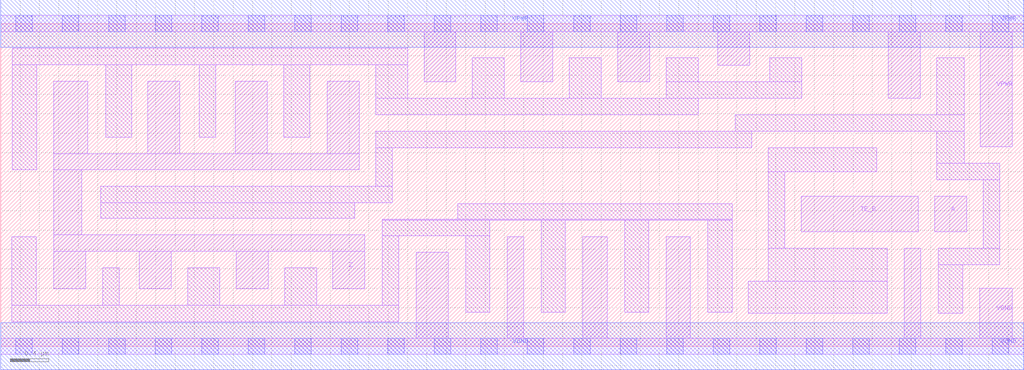
<source format=lef>
# Copyright 2020 The SkyWater PDK Authors
#
# Licensed under the Apache License, Version 2.0 (the "License");
# you may not use this file except in compliance with the License.
# You may obtain a copy of the License at
#
#     https://www.apache.org/licenses/LICENSE-2.0
#
# Unless required by applicable law or agreed to in writing, software
# distributed under the License is distributed on an "AS IS" BASIS,
# WITHOUT WARRANTIES OR CONDITIONS OF ANY KIND, either express or implied.
# See the License for the specific language governing permissions and
# limitations under the License.
#
# SPDX-License-Identifier: Apache-2.0

VERSION 5.7 ;
  NAMESCASESENSITIVE ON ;
  NOWIREEXTENSIONATPIN ON ;
  DIVIDERCHAR "/" ;
  BUSBITCHARS "[]" ;
UNITS
  DATABASE MICRONS 200 ;
END UNITS
MACRO sky130_fd_sc_hs__ebufn_8
  CLASS CORE ;
  SOURCE USER ;
  FOREIGN sky130_fd_sc_hs__ebufn_8 ;
  ORIGIN  0.000000  0.000000 ;
  SIZE  10.56000 BY  3.330000 ;
  SYMMETRY X Y ;
  SITE unit ;
  PIN A
    ANTENNAGATEAREA  0.558000 ;
    DIRECTION INPUT ;
    USE SIGNAL ;
    PORT
      LAYER li1 ;
        RECT 9.645000 1.180000 9.975000 1.550000 ;
    END
  END A
  PIN TE_B
    ANTENNAGATEAREA  1.623000 ;
    DIRECTION INPUT ;
    USE SIGNAL ;
    PORT
      LAYER li1 ;
        RECT 8.265000 1.180000 9.475000 1.550000 ;
    END
  END TE_B
  PIN Z
    ANTENNADIFFAREA  2.360500 ;
    DIRECTION OUTPUT ;
    USE SIGNAL ;
    PORT
      LAYER li1 ;
        RECT 0.545000 0.595000 0.875000 0.980000 ;
        RECT 0.545000 0.980000 3.760000 1.150000 ;
        RECT 0.545000 1.150000 0.835000 1.820000 ;
        RECT 0.545000 1.820000 3.700000 1.990000 ;
        RECT 0.545000 1.990000 0.900000 2.735000 ;
        RECT 1.430000 0.595000 1.760000 0.980000 ;
        RECT 1.520000 1.990000 1.850000 2.735000 ;
        RECT 2.420000 1.990000 2.750000 2.735000 ;
        RECT 2.430000 0.595000 2.760000 0.980000 ;
        RECT 3.370000 1.990000 3.700000 2.735000 ;
        RECT 3.430000 0.595000 3.760000 0.980000 ;
    END
  END Z
  PIN VGND
    DIRECTION INOUT ;
    USE GROUND ;
    PORT
      LAYER li1 ;
        RECT  0.000000 -0.085000 10.560000 0.085000 ;
        RECT  4.290000  0.085000  4.620000 0.970000 ;
        RECT  5.230000  0.085000  5.400000 1.130000 ;
        RECT  6.010000  0.085000  6.260000 1.130000 ;
        RECT  6.870000  0.085000  7.120000 1.130000 ;
        RECT  9.330000  0.085000  9.500000 1.010000 ;
        RECT 10.110000  0.085000 10.445000 0.600000 ;
      LAYER mcon ;
        RECT  0.155000 -0.085000  0.325000 0.085000 ;
        RECT  0.635000 -0.085000  0.805000 0.085000 ;
        RECT  1.115000 -0.085000  1.285000 0.085000 ;
        RECT  1.595000 -0.085000  1.765000 0.085000 ;
        RECT  2.075000 -0.085000  2.245000 0.085000 ;
        RECT  2.555000 -0.085000  2.725000 0.085000 ;
        RECT  3.035000 -0.085000  3.205000 0.085000 ;
        RECT  3.515000 -0.085000  3.685000 0.085000 ;
        RECT  3.995000 -0.085000  4.165000 0.085000 ;
        RECT  4.475000 -0.085000  4.645000 0.085000 ;
        RECT  4.955000 -0.085000  5.125000 0.085000 ;
        RECT  5.435000 -0.085000  5.605000 0.085000 ;
        RECT  5.915000 -0.085000  6.085000 0.085000 ;
        RECT  6.395000 -0.085000  6.565000 0.085000 ;
        RECT  6.875000 -0.085000  7.045000 0.085000 ;
        RECT  7.355000 -0.085000  7.525000 0.085000 ;
        RECT  7.835000 -0.085000  8.005000 0.085000 ;
        RECT  8.315000 -0.085000  8.485000 0.085000 ;
        RECT  8.795000 -0.085000  8.965000 0.085000 ;
        RECT  9.275000 -0.085000  9.445000 0.085000 ;
        RECT  9.755000 -0.085000  9.925000 0.085000 ;
        RECT 10.235000 -0.085000 10.405000 0.085000 ;
      LAYER met1 ;
        RECT 0.000000 -0.245000 10.560000 0.245000 ;
    END
  END VGND
  PIN VPWR
    DIRECTION INOUT ;
    USE POWER ;
    PORT
      LAYER li1 ;
        RECT  0.000000 3.245000 10.560000 3.415000 ;
        RECT  4.370000 2.730000  4.700000 3.245000 ;
        RECT  5.370000 2.730000  5.700000 3.245000 ;
        RECT  6.370000 2.730000  6.700000 3.245000 ;
        RECT  7.405000 2.900000  7.735000 3.245000 ;
        RECT  9.165000 2.560000  9.495000 3.245000 ;
        RECT 10.115000 2.060000 10.445000 3.245000 ;
      LAYER mcon ;
        RECT  0.155000 3.245000  0.325000 3.415000 ;
        RECT  0.635000 3.245000  0.805000 3.415000 ;
        RECT  1.115000 3.245000  1.285000 3.415000 ;
        RECT  1.595000 3.245000  1.765000 3.415000 ;
        RECT  2.075000 3.245000  2.245000 3.415000 ;
        RECT  2.555000 3.245000  2.725000 3.415000 ;
        RECT  3.035000 3.245000  3.205000 3.415000 ;
        RECT  3.515000 3.245000  3.685000 3.415000 ;
        RECT  3.995000 3.245000  4.165000 3.415000 ;
        RECT  4.475000 3.245000  4.645000 3.415000 ;
        RECT  4.955000 3.245000  5.125000 3.415000 ;
        RECT  5.435000 3.245000  5.605000 3.415000 ;
        RECT  5.915000 3.245000  6.085000 3.415000 ;
        RECT  6.395000 3.245000  6.565000 3.415000 ;
        RECT  6.875000 3.245000  7.045000 3.415000 ;
        RECT  7.355000 3.245000  7.525000 3.415000 ;
        RECT  7.835000 3.245000  8.005000 3.415000 ;
        RECT  8.315000 3.245000  8.485000 3.415000 ;
        RECT  8.795000 3.245000  8.965000 3.415000 ;
        RECT  9.275000 3.245000  9.445000 3.415000 ;
        RECT  9.755000 3.245000  9.925000 3.415000 ;
        RECT 10.235000 3.245000 10.405000 3.415000 ;
      LAYER met1 ;
        RECT 0.000000 3.085000 10.560000 3.575000 ;
    END
  END VPWR
  OBS
    LAYER li1 ;
      RECT  0.115000 0.255000  4.110000 0.425000 ;
      RECT  0.115000 0.425000  0.365000 1.130000 ;
      RECT  0.120000 1.820000  0.370000 2.905000 ;
      RECT  0.120000 2.905000  4.200000 3.075000 ;
      RECT  1.035000 1.320000  3.655000 1.480000 ;
      RECT  1.035000 1.480000  4.040000 1.650000 ;
      RECT  1.055000 0.425000  1.225000 0.810000 ;
      RECT  1.085000 2.160000  1.350000 2.905000 ;
      RECT  1.930000 0.425000  2.260000 0.810000 ;
      RECT  2.050000 2.160000  2.220000 2.905000 ;
      RECT  2.920000 2.160000  3.190000 2.905000 ;
      RECT  2.930000 0.425000  3.260000 0.810000 ;
      RECT  3.870000 1.650000  4.040000 2.050000 ;
      RECT  3.870000 2.050000  7.755000 2.220000 ;
      RECT  3.870000 2.390000  7.200000 2.560000 ;
      RECT  3.870000 2.560000  4.200000 2.905000 ;
      RECT  3.940000 0.425000  4.110000 1.140000 ;
      RECT  3.940000 1.140000  5.050000 1.300000 ;
      RECT  3.940000 1.300000  7.550000 1.310000 ;
      RECT  4.720000 1.310000  7.550000 1.470000 ;
      RECT  4.800000 0.350000  5.050000 1.140000 ;
      RECT  4.870000 2.560000  5.200000 2.980000 ;
      RECT  5.580000 0.350000  5.830000 1.300000 ;
      RECT  5.870000 2.560000  6.200000 2.980000 ;
      RECT  6.440000 0.350000  6.690000 1.300000 ;
      RECT  6.870000 2.560000  8.270000 2.730000 ;
      RECT  6.870000 2.730000  7.200000 2.980000 ;
      RECT  7.300000 0.350000  7.550000 1.300000 ;
      RECT  7.585000 2.220000  9.945000 2.390000 ;
      RECT  7.720000 0.340000  9.150000 0.670000 ;
      RECT  7.925000 0.670000  9.150000 1.010000 ;
      RECT  7.925000 1.010000  8.095000 1.800000 ;
      RECT  7.925000 1.800000  9.045000 2.050000 ;
      RECT  7.940000 2.730000  8.270000 2.980000 ;
      RECT  9.665000 1.720000 10.315000 1.890000 ;
      RECT  9.665000 1.890000  9.945000 2.220000 ;
      RECT  9.665000 2.390000  9.945000 2.980000 ;
      RECT  9.680000 0.340000  9.930000 0.840000 ;
      RECT  9.680000 0.840000 10.315000 1.010000 ;
      RECT 10.145000 1.010000 10.315000 1.720000 ;
  END
END sky130_fd_sc_hs__ebufn_8

</source>
